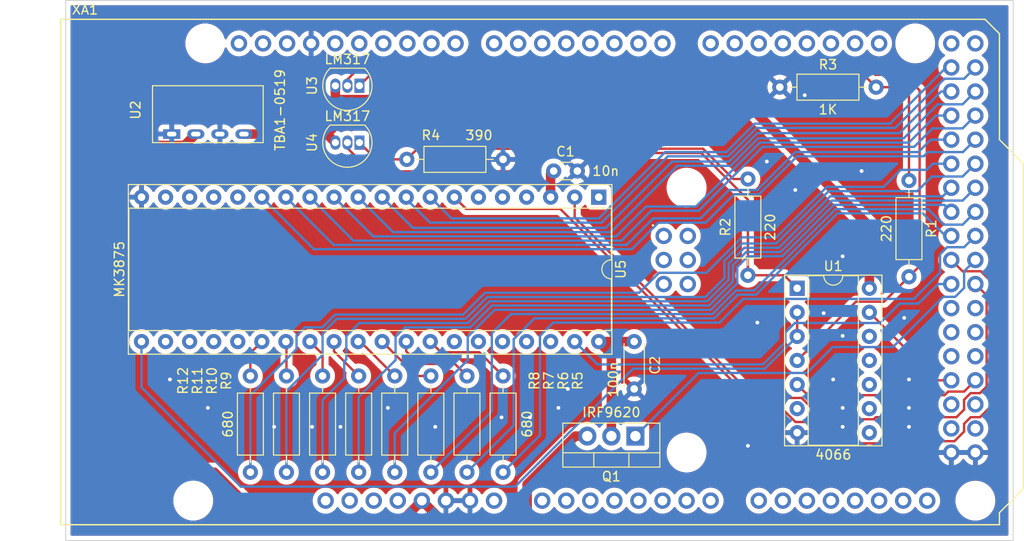
<source format=kicad_pcb>
(kicad_pcb (version 20221018) (generator pcbnew)
  (layers (0 "F.Cu" signal) (31 "B.Cu" signal) (34 "B.Paste" user) (35 "F.Paste" user) (36 "B.SilkS" user "B.Silkscreen") (37 "F.SilkS" user "F.Silkscreen") (38 "B.Mask" user) (39 "F.Mask" user) (44 "Edge.Cuts" user))
  (net 0 "")
  (net 1 "Net-(C1-Pad1)")
  (net 2 "GND")
  (net 3 "+5V")
  (net 4 "Net-(R1-Pad1)")
  (net 5 "Net-(R1-Pad2)")
  (net 6 "Net-(R2-Pad1)")
  (net 7 "Net-(R2-Pad2)")
  (net 8 "Net-(U1-Pad2)")
  (net 9 "Net-(U1-Pad5)")
  (net 16 "Net-(U1-Pad13)")
  (net 17 "+9V")
  (net 19 "/XTL")
  (net 23 "/STR")
  (net 24 "/P40")
  (net 25 "/P41")
  (net 26 "/P42")
  (net 27 "/P43")
  (net 28 "/P44")
  (net 29 "/P45")
  (net 30 "/P46")
  (net 31 "/P47")
  (net 40 "/P57")
  (net 41 "/P56")
  (net 42 "/P55")
  (net 43 "/P54")
  (net 44 "/P53")
  (net 45 "/P52")
  (net 46 "/P51")
  (net 47 "/P50")
  (net 53 "/RES")
  (net 106 "/MKO")
  (net 118 "Net-(U5-Pad40)")
  (net 119 "Net-(R5-Pad1)")
  (net 120 "Net-(R6-Pad1)")
  (net 121 "Net-(R7-Pad1)")
  (net 122 "Net-(R8-Pad1)")
  (net 123 "Net-(R9-Pad1)")
  (net 124 "Net-(R10-Pad1)")
  (net 125 "Net-(R11-Pad1)")
  (net 126 "Net-(R12-Pad1)")
  (footprint "Resistor_THT:R_Axial_DIN0207_L6.3mm_D2.5mm_P10.16mm_Horizontal" (layer "F.Cu") (at 166.37 57.15)
    (fp_text reference "R3")
    (fp_text value "1K")
  )
  (footprint "Package_DIP:DIP-14_W7.62mm_Socket" (layer "F.Cu") (at 168.2 78.375)
    (fp_text reference "U1")
    (fp_text value "4066")
  )
  (footprint "Package_TO_SOT_THT:TO-92_Inline" (layer "F.Cu") (at 122 57 180)
    (fp_text reference "U3")
    (fp_text value "LM317")
  )
  (footprint "Arduino:Arduino_Mega2560_Shield" (layer "F.Cu") (at 90.49 103.33)
    (fp_text reference "XA1")
    (fp_text value "Arduino_Mega2560_Shield")
  )
  (footprint "Resistor_THT:R_Axial_DIN0207_L6.3mm_D2.5mm_P10.16mm_Horizontal" (layer "F.Cu") (at 129.54 87.63 -90)
    (fp_text reference "R7")
    (fp_text value "680")
  )
  (footprint "Resistor_THT:R_Axial_DIN0207_L6.3mm_D2.5mm_P10.16mm_Horizontal" (layer "F.Cu") (at 137.16 87.63 -90)
    (fp_text reference "R5")
    (fp_text value "680")
  )
  (footprint "Package_TO_SOT_THT:TO-92_Inline" (layer "F.Cu") (at 122 63 180)
    (fp_text reference "U4")
    (fp_text value "LM317")
  )
  (footprint "Resistor_THT:R_Axial_DIN0207_L6.3mm_D2.5mm_P10.16mm_Horizontal" (layer "F.Cu") (at 127 64.77)
    (fp_text reference "R4")
    (fp_text value "390")
  )
  (footprint "Resistor_THT:R_Axial_DIN0207_L6.3mm_D2.5mm_P10.16mm_Horizontal" (layer "F.Cu") (at 110.49 87.63 -90)
    (fp_text reference "R12")
    (fp_text value "680")
  )
  (footprint "Package_TO_SOT_THT:TO-220-3_Vertical" (layer "F.Cu") (at 151.13 93.98 180)
    (fp_text reference "Q1")
    (fp_text value "IRF9620")
  )
  (footprint "Capacitor_THT:C_Disc_D4.3mm_W1.9mm_P5.00mm" (layer "F.Cu") (at 151 84 -90)
    (fp_text reference "C2")
    (fp_text value "100n")
  )
  (footprint "Resistor_THT:R_Axial_DIN0207_L6.3mm_D2.5mm_P10.16mm_Horizontal" (layer "F.Cu") (at 121.92 87.63 -90)
    (fp_text reference "R9")
    (fp_text value "680")
  )
  (footprint "Resistor_THT:R_Axial_DIN0207_L6.3mm_D2.5mm_P10.16mm_Horizontal" (layer "F.Cu") (at 125.73 87.63 -90)
    (fp_text reference "R8")
    (fp_text value "680")
  )
  (footprint "MDC:TEA1-0505" (layer "F.Cu") (at 102.19 62.1 90)
    (fp_text reference "U2")
    (fp_text value "TBA1-0519")
  )
  (footprint "Capacitor_THT:C_Disc_D3.0mm_W1.6mm_P2.50mm" (layer "F.Cu") (at 142.5 66)
    (fp_text reference "C1")
    (fp_text value "10n")
  )
  (footprint "Package_DIP:DIP-40_W15.24mm_Socket" (layer "F.Cu") (at 147.26 68.76 -90)
    (fp_text reference "U5")
    (fp_text value "MK3875")
  )
  (footprint "Resistor_THT:R_Axial_DIN0207_L6.3mm_D2.5mm_P10.16mm_Horizontal" (layer "F.Cu") (at 163 77 90)
    (fp_text reference "R2")
    (fp_text value "220")
  )
  (footprint "Resistor_THT:R_Axial_DIN0207_L6.3mm_D2.5mm_P10.16mm_Horizontal" (layer "F.Cu") (at 180 67 -90)
    (fp_text reference "R1")
    (fp_text value "220")
  )
  (footprint "Resistor_THT:R_Axial_DIN0207_L6.3mm_D2.5mm_P10.16mm_Horizontal" (layer "F.Cu") (at 133.35 87.63 -90)
    (fp_text reference "R6")
    (fp_text value "680")
  )
  (footprint "Resistor_THT:R_Axial_DIN0207_L6.3mm_D2.5mm_P10.16mm_Horizontal" (layer "F.Cu") (at 118.11 87.63 -90)
    (fp_text reference "R10")
    (fp_text value "680")
  )
  (footprint "Resistor_THT:R_Axial_DIN0207_L6.3mm_D2.5mm_P10.16mm_Horizontal" (layer "F.Cu") (at 114.3 87.63 -90)
    (fp_text reference "R11")
    (fp_text value "680")
  )
  (gr_line (start 191 48) (end 191 105) (stroke (width 0.1)) (layer "Edge.Cuts"))
  (gr_line (start 91 48) (end 191 48) (stroke (width 0.1)) (layer "Edge.Cuts"))
  (gr_line (start 191 105) (end 91 105) (stroke (width 0.1)) (layer "Edge.Cuts"))
  (gr_line (start 91 105) (end 91 48) (stroke (width 0.1)) (layer "Edge.Cuts"))
  (segment (start 142.18 68.76) (end 142.18 66.32) (width 1) (layer "F.Cu") (net 1))
  (segment (start 142.18 66.32) (end 142.5 66) (width 1) (layer "F.Cu") (net 1))
  (via (at 173 83.4) (size 0.8) (drill 0.4) (layers "F.Cu" "B.Cu") (net 2))
  (via (at 180 93) (size 0.8) (drill 0.4) (layers "F.Cu" "B.Cu") (net 2))
  (via (at 137 92) (size 0.8) (drill 0.4) (layers "F.Cu" "B.Cu") (net 2))
  (via (at 175 66) (size 0.8) (drill 0.4) (layers "F.Cu" "B.Cu") (net 2))
  (via (at 102 88) (size 0.8) (drill 0.4) (layers "F.Cu" "B.Cu") (net 2))
  (via (at 140 92) (size 0.8) (drill 0.4) (layers "F.Cu" "B.Cu") (net 2))
  (via (at 171 81) (size 0.8) (drill 0.4) (layers "F.Cu" "B.Cu") (net 2))
  (via (at 106 91) (size 0.8) (drill 0.4) (layers "F.Cu" "B.Cu") (net 2))
  (via (at 172 88) (size 0.8) (drill 0.4) (layers "F.Cu" "B.Cu") (net 2))
  (via (at 169 58) (size 0.8) (drill 0.4) (layers "F.Cu" "B.Cu") (net 2))
  (via (at 165 65) (size 0.8) (drill 0.4) (layers "F.Cu" "B.Cu") (net 2))
  (via (at 180 91) (size 0.8) (drill 0.4) (layers "F.Cu" "B.Cu") (net 2))
  (via (at 143 91) (size 0.8) (drill 0.4) (layers "F.Cu" "B.Cu") (net 2))
  (via (at 144 89) (size 0.8) (drill 0.4) (layers "F.Cu" "B.Cu") (net 2))
  (via (at 180 88) (size 0.8) (drill 0.4) (layers "F.Cu" "B.Cu") (net 2))
  (via (at 163 95) (size 0.8) (drill 0.4) (layers "F.Cu" "B.Cu") (net 2))
  (via (at 173 93) (size 0.8) (drill 0.4) (layers "F.Cu" "B.Cu") (net 2))
  (via (at 164 82) (size 0.8) (drill 0.4) (layers "F.Cu" "B.Cu") (net 2))
  (via (at 125 91) (size 0.8) (drill 0.4) (layers "F.Cu" "B.Cu") (net 2))
  (via (at 117 93) (size 0.8) (drill 0.4) (layers "F.Cu" "B.Cu") (net 2))
  (via (at 173 75) (size 0.8) (drill 0.4) (layers "F.Cu" "B.Cu") (net 2))
  (via (at 120 93) (size 0.8) (drill 0.4) (layers "F.Cu" "B.Cu") (net 2))
  (via (at 173 91) (size 0.8) (drill 0.4) (layers "F.Cu" "B.Cu") (net 2))
  (via (at 168 68) (size 0.8) (drill 0.4) (layers "F.Cu" "B.Cu") (net 2))
  (via (at 179.5 81.5) (size 0.8) (drill 0.4) (layers "F.Cu" "B.Cu") (net 2))
  (via (at 130 93) (size 0.8) (drill 0.4) (layers "F.Cu" "B.Cu") (net 2))
  (via (at 113 93) (size 0.8) (drill 0.4) (layers "F.Cu" "B.Cu") (net 2))
  (segment (start 95 91.19) (end 95 68) (width 1) (layer "F.Cu") (net 3))
  (segment (start 128.59 100.79) (end 130.67 102.87) (width 1) (layer "F.Cu") (net 3))
  (segment (start 138.43 102.87) (end 139.7 101.6) (width 1) (layer "F.Cu") (net 3))
  (segment (start 95 68) (end 99.7 63.3) (width 1) (layer "F.Cu") (net 3))
  (segment (start 111.76 102.87) (end 106.68 97.79) (width 1) (layer "F.Cu") (net 3))
  (segment (start 144.78 93.98) (end 146.05 93.98) (width 1) (layer "F.Cu") (net 3))
  (segment (start 99.7 63.3) (end 103.53 63.3) (width 1) (layer "F.Cu") (net 3))
  (segment (start 101.6 97.79) (end 95 91.19) (width 1) (layer "F.Cu") (net 3))
  (segment (start 126.51 102.87) (end 111.76 102.87) (width 1) (layer "F.Cu") (net 3))
  (segment (start 139.7 99.06) (end 144.78 93.98) (width 1) (layer "F.Cu") (net 3))
  (segment (start 128.59 100.79) (end 126.51 102.87) (width 1) (layer "F.Cu") (net 3))
  (segment (start 103.53 63.3) (end 104.73 62.1) (width 1) (layer "F.Cu") (net 3))
  (segment (start 106.68 97.79) (end 101.6 97.79) (width 1) (layer "F.Cu") (net 3))
  (segment (start 139.7 101.6) (end 139.7 99.06) (width 1) (layer "F.Cu") (net 3))
  (segment (start 130.67 102.87) (end 138.43 102.87) (width 1) (layer "F.Cu") (net 3))
  (segment (start 122 57) (end 124 55) (width 0.25) (layer "F.Cu") (net 4))
  (segment (start 179.07 57.15) (end 176.53 57.15) (width 0.25) (layer "F.Cu") (net 4))
  (segment (start 124 55) (end 174.38 55) (width 0.25) (layer "F.Cu") (net 4))
  (segment (start 174.38 55) (end 176.53 57.15) (width 0.25) (layer "F.Cu") (net 4))
  (segment (start 180 67) (end 180 58.08) (width 0.25) (layer "F.Cu") (net 4))
  (segment (start 180 58.08) (end 179.07 57.15) (width 0.25) (layer "F.Cu") (net 4))
  (segment (start 176.441802 55.841802) (end 175.15 54.55) (width 0.25) (layer "F.Cu") (net 5))
  (segment (start 177.37 79.79) (end 180 77.16) (width 0.25) (layer "F.Cu") (net 5))
  (segment (start 181.125 76.035) (end 181.125 57.488604) (width 0.25) (layer "F.Cu") (net 5))
  (segment (start 122.525 54.55) (end 120.73 56.345) (width 0.25) (layer "F.Cu") (net 5))
  (segment (start 120.73 56.345) (end 120.73 57) (width 0.25) (layer "F.Cu") (net 5))
  (segment (start 179.478198 55.841802) (end 176.441802 55.841802) (width 0.25) (layer "F.Cu") (net 5))
  (segment (start 168.2 85.995) (end 174.405 79.79) (width 0.25) (layer "F.Cu") (net 5))
  (segment (start 180 77.16) (end 181.125 76.035) (width 0.25) (layer "F.Cu") (net 5))
  (segment (start 174.405 79.79) (end 177.37 79.79) (width 0.25) (layer "F.Cu") (net 5))
  (segment (start 175.15 54.55) (end 122.525 54.55) (width 0.25) (layer "F.Cu") (net 5))
  (segment (start 181.125 57.488604) (end 179.478198 55.841802) (width 0.25) (layer "F.Cu") (net 5))
  (segment (start 140.375 64.095) (end 138.43 66.04) (width 0.25) (layer "F.Cu") (net 6))
  (segment (start 158.075 64.095) (end 140.375 64.095) (width 0.25) (layer "F.Cu") (net 6))
  (segment (start 138.43 66.04) (end 123.19 66.04) (width 0.25) (layer "F.Cu") (net 6))
  (segment (start 163 77) (end 163 69.02) (width 0.25) (layer "F.Cu") (net 6))
  (segment (start 163 77) (end 166.825 77) (width 0.25) (layer "F.Cu") (net 6))
  (segment (start 123.19 66.04) (end 120.65 63.5) (width 0.25) (layer "F.Cu") (net 6))
  (segment (start 163 69.02) (end 158.075 64.095) (width 0.25) (layer "F.Cu") (net 6))
  (segment (start 166.825 77) (end 168.2 78.375) (width 0.25) (layer "F.Cu") (net 6))
  (segment (start 127 64.77) (end 123.77 64.77) (width 0.25) (layer "F.Cu") (net 7))
  (segment (start 123.77 64.77) (end 122 63) (width 0.25) (layer "F.Cu") (net 7))
  (segment (start 158.261396 63.645) (end 161.456396 66.84) (width 0.25) (layer "F.Cu") (net 7))
  (segment (start 127 64.77) (end 128.125 63.645) (width 0.25) (layer "F.Cu") (net 7))
  (segment (start 161.456396 66.84) (end 163 66.84) (width 0.25) (layer "F.Cu") (net 7))
  (segment (start 128.125 63.645) (end 158.261396 63.645) (width 0.25) (layer "F.Cu") (net 7))
  (segment (start 168.2 83.455) (end 168.2 80.915) (width 0.25) (layer "F.Cu") (net 8))
  (segment (start 164.791801 86.863199) (end 168.2 83.455) (width 0.25) (layer "B.Cu") (net 8))
  (segment (start 109.474 99.314) (end 138.43 99.314) (width 0.25) (layer "B.Cu") (net 8))
  (segment (start 99 88.84) (end 109.474 99.314) (width 0.25) (layer "B.Cu") (net 8))
  (segment (start 99 84) (end 99 88.84) (width 0.25) (layer "B.Cu") (net 8))
  (segment (start 138.43 99.314) (end 150.880801 86.863199) (width 0.25) (layer "B.Cu") (net 8))
  (segment (start 150.880801 86.863199) (end 164.791801 86.863199) (width 0.25) (layer "B.Cu") (net 8))
  (segment (start 168.2 88.535) (end 169.325 89.66) (width 0.25) (layer "F.Cu") (net 9))
  (segment (start 184.140465 89.2786) (end 185.8214 89.2786) (width 0.25) (layer "F.Cu") (net 9))
  (segment (start 169.325 89.66) (end 183.759065 89.66) (width 0.25) (layer "F.Cu") (net 9))
  (segment (start 183.759065 89.66) (end 184.140465 89.2786) (width 0.25) (layer "F.Cu") (net 9))
  (segment (start 185.8214 89.2786) (end 187.01 88.09) (width 0.25) (layer "F.Cu") (net 9))
  (segment (start 182.995 88.09) (end 175.82 80.915) (width 0.25) (layer "F.Cu") (net 16))
  (segment (start 184.47 88.09) (end 182.995 88.09) (width 0.25) (layer "F.Cu") (net 16))
  (segment (start 159 58) (end 162 58) (width 1) (layer "F.Cu") (net 17))
  (segment (start 119.46 59.54) (end 119.46 61.2) (width 1) (layer "F.Cu") (net 17))
  (segment (start 119.46 57) (end 119.46 58.46) (width 1) (layer "F.Cu") (net 17))
  (segment (start 119.46 58.46) (end 119.46 59.54) (width 1) (layer "F.Cu") (net 17))
  (segment (start 162 58) (end 175.82 71.82) (width 1) (layer "F.Cu") (net 17))
  (segment (start 109.81 62.1) (end 118.56 62.1) (width 1) (layer "F.Cu") (net 17))
  (segment (start 125.85 55.825) (end 156.825 55.825) (width 1) (layer "F.Cu") (net 17))
  (segment (start 119.46 61.2) (end 118.56 62.1) (width 1) (layer "F.Cu") (net 17))
  (segment (start 175.82 71.82) (end 175.82 78.375) (width 1) (layer "F.Cu") (net 17))
  (segment (start 156.825 55.825) (end 159 58) (width 1) (layer "F.Cu") (net 17))
  (segment (start 119.46 58.46) (end 123.215 58.46) (width 1) (layer "F.Cu") (net 17))
  (segment (start 123.215 58.46) (end 125.85 55.825) (width 1) (layer "F.Cu") (net 17))
  (segment (start 118.56 62.1) (end 119.46 63) (width 1) (layer "F.Cu") (net 17))
  (segment (start 176.504591 91.9814) (end 185.0186 91.9814) (width 0.25) (layer "F.Cu") (net 19))
  (segment (start 144.72 68.76) (end 144.72 70.883604) (width 0.25) (layer "F.Cu") (net 19))
  (segment (start 185.0186 91.9814) (end 185.8214 91.1786) (width 0.25) (layer "F.Cu") (net 19))
  (segment (start 176.285991 92.2) (end 176.504591 91.9814) (width 0.25) (layer "F.Cu") (net 19))
  (segment (start 170.915991 92.2) (end 176.285991 92.2) (width 0.25) (layer "F.Cu") (net 19))
  (segment (start 144.72 70.883604) (end 163.786396 89.95) (width 0.25) (layer "F.Cu") (net 19))
  (segment (start 185.8214 90.137665) (end 186.517665 89.4414) (width 0.25) (layer "F.Cu") (net 19))
  (segment (start 188.1986 88.745135) (end 188.1986 79.1186) (width 0.25) (layer "F.Cu") (net 19))
  (segment (start 188.1986 79.1186) (end 187.01 77.93) (width 0.25) (layer "F.Cu") (net 19))
  (segment (start 168.665991 89.95) (end 170.915991 92.2) (width 0.25) (layer "F.Cu") (net 19))
  (segment (start 163.786396 89.95) (end 168.665991 89.95) (width 0.25) (layer "F.Cu") (net 19))
  (segment (start 187.502335 89.4414) (end 188.1986 88.745135) (width 0.25) (layer "F.Cu") (net 19))
  (segment (start 185.8214 91.1786) (end 185.8214 90.137665) (width 0.25) (layer "F.Cu") (net 19))
  (segment (start 186.517665 89.4414) (end 187.502335 89.4414) (width 0.25) (layer "F.Cu") (net 19))
  (segment (start 189 90.483735) (end 187.502335 91.9814) (width 0.25) (layer "F.Cu") (net 23))
  (segment (start 165.934009 90.4) (end 163.6 90.4) (width 0.25) (layer "F.Cu") (net 23))
  (segment (start 186.517665 91.9814) (end 185.8214 92.677665) (width 0.25) (layer "F.Cu") (net 23))
  (segment (start 143.2 70) (end 133.26 70) (width 0.25) (layer "F.Cu") (net 23))
  (segment (start 172.26 94.74) (end 170.01 92.49) (width 0.25) (layer "F.Cu") (net 23))
  (segment (start 180.512996 94.512996) (end 180.285992 94.74) (width 0.25) (layer "F.Cu") (net 23))
  (segment (start 185.8214 93.499535) (end 184.807939 94.512996) (width 0.25) (layer "F.Cu") (net 23))
  (segment (start 184.807939 94.512996) (end 180.512996 94.512996) (width 0.25) (layer "F.Cu") (net 23))
  (segment (start 187.5786 76.5786) (end 189 78) (width 0.25) (layer "F.Cu") (net 23))
  (segment (start 180.285992 94.74) (end 172.26 94.74) (width 0.25) (layer "F.Cu") (net 23))
  (segment (start 163.6 90.4) (end 143.2 70) (width 0.25) (layer "F.Cu") (net 23))
  (segment (start 133.26 70) (end 132.02 68.76) (width 0.25) (layer "F.Cu") (net 23))
  (segment (start 168.024009 92.49) (end 165.934009 90.4) (width 0.25) (layer "F.Cu") (net 23))
  (segment (start 184.47 75.39) (end 185.6586 76.5786) (width 0.25) (layer "F.Cu") (net 23))
  (segment (start 185.8214 92.677665) (end 185.8214 93.499535) (width 0.25) (layer "F.Cu") (net 23))
  (segment (start 187.502335 91.9814) (end 186.517665 91.9814) (width 0.25) (layer "F.Cu") (net 23))
  (segment (start 185.6586 76.5786) (end 187.5786 76.5786) (width 0.25) (layer "F.Cu") (net 23))
  (segment (start 170.01 92.49) (end 168.024009 92.49) (width 0.25) (layer "F.Cu") (net 23))
  (segment (start 189 78) (end 189 90.483735) (width 0.25) (layer "F.Cu") (net 23))
  (segment (start 154.27 64) (end 160.727208 64) (width 0.25) (layer "B.Cu") (net 24))
  (segment (start 178 61) (end 183.93 55.07) (width 0.25) (layer "B.Cu") (net 24))
  (segment (start 129.48 68.76) (end 131.72 71) (width 0.25) (layer "B.Cu") (net 24))
  (segment (start 147.27 71) (end 154.27 64) (width 0.25) (layer "B.Cu") (net 24))
  (segment (start 160.727208 64) (end 163.727208 61) (width 0.25) (layer "B.Cu") (net 24))
  (segment (start 183.93 55.07) (end 184.47 55.07) (width 0.25) (layer "B.Cu") (net 24))
  (segment (start 131.72 71) (end 147.27 71) (width 0.25) (layer "B.Cu") (net 24))
  (segment (start 163.727208 61) (end 178 61) (width 0.25) (layer "B.Cu") (net 24))
  (segment (start 129.45 71.45) (end 147.55 71.45) (width 0.25) (layer "B.Cu") (net 25))
  (segment (start 147.55 71.45) (end 154.55 64.45) (width 0.25) (layer "B.Cu") (net 25))
  (segment (start 126.94 68.76) (end 126.94 68.94) (width 0.25) (layer "B.Cu") (net 25))
  (segment (start 185.8214 56.2586) (end 187.01 55.07) (width 0.25) (layer "B.Cu") (net 25))
  (segment (start 183.7414 56.2586) (end 185.8214 56.2586) (width 0.25) (layer "B.Cu") (net 25))
  (segment (start 126.94 68.94) (end 129.45 71.45) (width 0.25) (layer "B.Cu") (net 25))
  (segment (start 160.913604 64.45) (end 163.913604 61.45) (width 0.25) (layer "B.Cu") (net 25))
  (segment (start 178.55 61.45) (end 183.7414 56.2586) (width 0.25) (layer "B.Cu") (net 25))
  (segment (start 163.913604 61.45) (end 178.55 61.45) (width 0.25) (layer "B.Cu") (net 25))
  (segment (start 154.55 64.45) (end 160.913604 64.45) (width 0.25) (layer "B.Cu") (net 25))
  (segment (start 155 65) (end 161 65) (width 0.25) (layer "B.Cu") (net 26))
  (segment (start 148 72) (end 155 65) (width 0.25) (layer "B.Cu") (net 26))
  (segment (start 161 65) (end 164 62) (width 0.25) (layer "B.Cu") (net 26))
  (segment (start 179 62) (end 183.39 57.61) (width 0.25) (layer "B.Cu") (net 26))
  (segment (start 183.39 57.61) (end 184.47 57.61) (width 0.25) (layer "B.Cu") (net 26))
  (segment (start 124.4 68.76) (end 127.64 72) (width 0.25) (layer "B.Cu") (net 26))
  (segment (start 127.64 72) (end 148 72) (width 0.25) (layer "B.Cu") (net 26))
  (segment (start 164 62) (end 179 62) (width 0.25) (layer "B.Cu") (net 26))
  (segment (start 155.55 65.45) (end 161.186396 65.45) (width 0.25) (layer "B.Cu") (net 27))
  (segment (start 164.086396 62.55) (end 179.45 62.55) (width 0.25) (layer "B.Cu") (net 27))
  (segment (start 121.86 68.76) (end 125.55 72.45) (width 0.25) (layer "B.Cu") (net 27))
  (segment (start 183.0386 58.9614) (end 185.6586 58.9614) (width 0.25) (layer "B.Cu") (net 27))
  (segment (start 148.55 72.45) (end 155.55 65.45) (width 0.25) (layer "B.Cu") (net 27))
  (segment (start 125.55 72.45) (end 148.55 72.45) (width 0.25) (layer "B.Cu") (net 27))
  (segment (start 185.6586 58.9614) (end 187.01 57.61) (width 0.25) (layer "B.Cu") (net 27))
  (segment (start 161.186396 65.45) (end 164.086396 62.55) (width 0.25) (layer "B.Cu") (net 27))
  (segment (start 179.45 62.55) (end 183.0386 58.9614) (width 0.25) (layer "B.Cu") (net 27))
  (segment (start 152.254999 69.745001) (end 157.527791 69.745001) (width 0.25) (layer "B.Cu") (net 28))
  (segment (start 123.46 72.9) (end 149.1 72.9) (width 0.25) (layer "B.Cu") (net 28))
  (segment (start 180 63) (end 182.85 60.15) (width 0.25) (layer "B.Cu") (net 28))
  (segment (start 182.85 60.15) (end 184.47 60.15) (width 0.25) (layer "B.Cu") (net 28))
  (segment (start 149.1 72.9) (end 152.254999 69.745001) (width 0.25) (layer "B.Cu") (net 28))
  (segment (start 164.272792 63) (end 180 63) (width 0.25) (layer "B.Cu") (net 28))
  (segment (start 119.32 68.76) (end 123.46 72.9) (width 0.25) (layer "B.Cu") (net 28))
  (segment (start 157.527791 69.745001) (end 164.272792 63) (width 0.25) (layer "B.Cu") (net 28))
  (segment (start 121.37 73.35) (end 149.65 73.35) (width 0.25) (layer "B.Cu") (net 29))
  (segment (start 180.55 63.45) (end 182.4986 61.5014) (width 0.25) (layer "B.Cu") (net 29))
  (segment (start 152.804999 70.195001) (end 157.804999 70.195001) (width 0.25) (layer "B.Cu") (net 29))
  (segment (start 164.55 63.45) (end 180.55 63.45) (width 0.25) (layer "B.Cu") (net 29))
  (segment (start 149.65 73.35) (end 152.804999 70.195001) (width 0.25) (layer "B.Cu") (net 29))
  (segment (start 157.804999 70.195001) (end 164.55 63.45) (width 0.25) (layer "B.Cu") (net 29))
  (segment (start 185.6586 61.5014) (end 187.01 60.15) (width 0.25) (layer "B.Cu") (net 29))
  (segment (start 116.78 68.76) (end 121.37 73.35) (width 0.25) (layer "B.Cu") (net 29))
  (segment (start 182.4986 61.5014) (end 185.6586 61.5014) (width 0.25) (layer "B.Cu") (net 29))
  (segment (start 114.24 68.76) (end 119.28 73.8) (width 0.25) (layer "B.Cu") (net 30))
  (segment (start 158 71) (end 161 68) (width 0.25) (layer "B.Cu") (net 30))
  (segment (start 161 68) (end 164 68) (width 0.25) (layer "B.Cu") (net 30))
  (segment (start 153 71) (end 158 71) (width 0.25) (layer "B.Cu") (net 30))
  (segment (start 164 68) (end 168 64) (width 0.25) (layer "B.Cu") (net 30))
  (segment (start 150.2 73.8) (end 153 71) (width 0.25) (layer "B.Cu") (net 30))
  (segment (start 168 64) (end 181 64) (width 0.25) (layer "B.Cu") (net 30))
  (segment (start 181 64) (end 182.31 62.69) (width 0.25) (layer "B.Cu") (net 30))
  (segment (start 182.31 62.69) (end 184.47 62.69) (width 0.25) (layer "B.Cu") (net 30))
  (segment (start 119.28 73.8) (end 150.2 73.8) (width 0.25) (layer "B.Cu") (net 30))
  (segment (start 153.55 71.45) (end 158.55 71.45) (width 0.25) (layer "B.Cu") (net 31))
  (segment (start 161.55 68.45) (end 164.186396 68.45) (width 0.25) (layer "B.Cu") (net 31))
  (segment (start 185.7 64) (end 187.01 62.69) (width 0.25) (layer "B.Cu") (net 31))
  (segment (start 168.186396 64.45) (end 181.55 64.45) (width 0.25) (layer "B.Cu") (net 31))
  (segment (start 164.186396 68.45) (end 168.186396 64.45) (width 0.25) (layer "B.Cu") (net 31))
  (segment (start 150.75 74.25) (end 153.55 71.45) (width 0.25) (layer "B.Cu") (net 31))
  (segment (start 117.19 74.25) (end 150.75 74.25) (width 0.25) (layer "B.Cu") (net 31))
  (segment (start 111.7 68.76) (end 117.19 74.25) (width 0.25) (layer "B.Cu") (net 31))
  (segment (start 181.55 64.45) (end 182 64) (width 0.25) (layer "B.Cu") (net 31))
  (segment (start 182 64) (end 185.7 64) (width 0.25) (layer "B.Cu") (net 31))
  (segment (start 158.55 71.45) (end 161.55 68.45) (width 0.25) (layer "B.Cu") (net 31))
  (segment (start 118.083604 82.5) (end 119.433604 81.15) (width 0.25) (layer "B.Cu") (net 40))
  (segment (start 132.95 81.15) (end 135.25 78.85) (width 0.25) (layer "B.Cu") (net 40))
  (segment (start 116.23 82.5) (end 118.083604 82.5) (width 0.25) (layer "B.Cu") (net 40))
  (segment (start 177.325 67.675) (end 179.125 65.875) (width 0.25) (layer "B.Cu") (net 40))
  (segment (start 171.325 67.675) (end 177.325 67.675) (width 0.25) (layer "B.Cu") (net 40))
  (segment (start 110.49 89.662) (end 115.365 84.787) (width 0.25) (layer "B.Cu") (net 40))
  (segment (start 135.25 78.85) (end 151.516065 78.85) (width 0.25) (layer "B.Cu") (net 40))
  (segment (start 162.363604 73) (end 166 73) (width 0.25) (layer "B.Cu") (net 40))
  (segment (start 166 73) (end 171.325 67.675) (width 0.25) (layer "B.Cu") (net 40))
  (segment (start 153.624665 76.7414) (end 158.622204 76.7414) (width 0.25) (layer "B.Cu") (net 40))
  (segment (start 182.52 65.23) (end 184.47 65.23) (width 0.25) (layer "B.Cu") (net 40))
  (segment (start 119.433604 81.15) (end 132.95 81.15) (width 0.25) (layer "B.Cu") (net 40))
  (segment (start 179.125 65.875) (end 181.875 65.875) (width 0.25) (layer "B.Cu") (net 40))
  (segment (start 181.875 65.875) (end 182.52 65.23) (width 0.25) (layer "B.Cu") (net 40))
  (segment (start 115.365 83.365) (end 116.23 82.5) (width 0.25) (layer "B.Cu") (net 40))
  (segment (start 110.49 97.79) (end 110.49 89.662) (width 0.25) (layer "B.Cu") (net 40))
  (segment (start 151.516065 78.85) (end 153.624665 76.7414) (width 0.25) (layer "B.Cu") (net 40))
  (segment (start 115.365 84.787) (end 115.365 83.365) (width 0.25) (layer "B.Cu") (net 40))
  (segment (start 158.622204 76.7414) (end 162.363604 73) (width 0.25) (layer "B.Cu") (net 40))
  (segment (start 119.62 81.6) (end 133.2 81.6) (width 0.25) (layer "B.Cu") (net 41))
  (segment (start 171.525 68.125) (end 180.875 68.125) (width 0.25) (layer "B.Cu") (net 41))
  (segment (start 160.525 77.29302) (end 160.525 75.475) (width 0.25) (layer "B.Cu") (net 41))
  (segment (start 135.5 79.3) (end 158.51802 79.3) (width 0.25) (layer "B.Cu") (net 41))
  (segment (start 118.11 83.11) (end 119.62 81.6) (width 0.25) (layer "B.Cu") (net 41))
  (segment (start 133.2 81.6) (end 135.5 79.3) (width 0.25) (layer "B.Cu") (net 41))
  (segment (start 114.3 89.220991) (end 118.11 85.410991) (width 0.25) (layer "B.Cu") (net 41))
  (segment (start 162.35 73.65) (end 166 73.65) (width 0.25) (layer "B.Cu") (net 41))
  (segment (start 182.4186 66.5814) (end 185.6586 66.5814) (width 0.25) (layer "B.Cu") (net 41))
  (segment (start 185.6586 66.5814) (end 187.01 65.23) (width 0.25) (layer "B.Cu") (net 41))
  (segment (start 118.11 85.410991) (end 118.11 83.11) (width 0.25) (layer "B.Cu") (net 41))
  (segment (start 158.51802 79.3) (end 160.525 77.29302) (width 0.25) (layer "B.Cu") (net 41))
  (segment (start 180.875 68.125) (end 182.4186 66.5814) (width 0.25) (layer "B.Cu") (net 41))
  (segment (start 166 73.65) (end 171.525 68.125) (width 0.25) (layer "B.Cu") (net 41))
  (segment (start 160.525 75.475) (end 162.35 73.65) (width 0.25) (layer "B.Cu") (net 41))
  (segment (start 114.3 97.79) (end 114.3 89.220991) (width 0.25) (layer "B.Cu") (net 41))
  (segment (start 121.9888 82.05) (end 133.45 82.05) (width 0.25) (layer "B.Cu") (net 42))
  (segment (start 120.6194 83.4194) (end 121.9888 82.05) (width 0.25) (layer "B.Cu") (net 42))
  (segment (start 120.396 87.884) (end 120.396 86.106) (width 0.25) (layer "B.Cu") (net 42))
  (segment (start 160.975 77.479416) (end 160.975 75.752208) (width 0.25) (layer "B.Cu") (net 42))
  (segment (start 135.75 79.75) (end 158.704416 79.75) (width 0.25) (layer "B.Cu") (net 42))
  (segment (start 133.45 82.05) (end 135.75 79.75) (width 0.25) (layer "B.Cu") (net 42))
  (segment (start 118.11 97.79) (end 118.11 90.17) (width 0.25) (layer "B.Cu") (net 42))
  (segment (start 120.396 86.106) (end 120.6194 85.8826) (width 0.25) (layer "B.Cu") (net 42))
  (segment (start 171.692204 68.6714) (end 183.5686 68.6714) (width 0.25) (layer "B.Cu") (net 42))
  (segment (start 158.704416 79.75) (end 160.975 77.479416) (width 0.25) (layer "B.Cu") (net 42))
  (segment (start 118.11 90.17) (end 120.396 87.884) (width 0.25) (layer "B.Cu") (net 42))
  (segment (start 166.263604 74.1) (end 171.692204 68.6714) (width 0.25) (layer "B.Cu") (net 42))
  (segment (start 162.627208 74.1) (end 166.263604 74.1) (width 0.25) (layer "B.Cu") (net 42))
  (segment (start 120.6194 85.8826) (end 120.6194 83.4194) (width 0.25) (layer "B.Cu") (net 42))
  (segment (start 183.5686 68.6714) (end 184.47 67.77) (width 0.25) (layer "B.Cu") (net 42))
  (segment (start 160.975 75.752208) (end 162.627208 74.1) (width 0.25) (layer "B.Cu") (net 42))
  (segment (start 171.8786 69.1214) (end 185.6586 69.1214) (width 0.25) (layer "B.Cu") (net 43))
  (segment (start 121.92 97.79) (end 121.92 89.849009) (width 0.25) (layer "B.Cu") (net 43))
  (segment (start 166.45 74.55) (end 171.8786 69.1214) (width 0.25) (layer "B.Cu") (net 43))
  (segment (start 133.7 82.5) (end 136 80.2) (width 0.25) (layer "B.Cu") (net 43))
  (segment (start 125.815 85.954009) (end 125.815 83.481) (width 0.25) (layer "B.Cu") (net 43))
  (segment (start 185.6586 69.1214) (end 187.01 67.77) (width 0.25) (layer "B.Cu") (net 43))
  (segment (start 125.815 83.481) (end 126.796 82.5) (width 0.25) (layer "B.Cu") (net 43))
  (segment (start 158.890812 80.2) (end 161.425 77.665812) (width 0.25) (layer "B.Cu") (net 43))
  (segment (start 161.425 75.938604) (end 162.813604 74.55) (width 0.25) (layer "B.Cu") (net 43))
  (segment (start 121.92 89.849009) (end 125.815 85.954009) (width 0.25) (layer "B.Cu") (net 43))
  (segment (start 161.425 77.665812) (end 161.425 75.938604) (width 0.25) (layer "B.Cu") (net 43))
  (segment (start 136 80.2) (end 158.890812 80.2) (width 0.25) (layer "B.Cu") (net 43))
  (segment (start 126.796 82.5) (end 133.7 82.5) (width 0.25) (layer "B.Cu") (net 43))
  (segment (start 162.813604 74.55) (end 166.45 74.55) (width 0.25) (layer "B.Cu") (net 43))
  (segment (start 161.875 77.852208) (end 161.875 76.125) (width 0.25) (layer "B.Cu") (net 44))
  (segment (start 161.875 76.125) (end 163 75) (width 0.25) (layer "B.Cu") (net 44))
  (segment (start 166.636396 75) (end 172.064996 69.5714) (width 0.25) (layer "B.Cu") (net 44))
  (segment (start 163 75) (end 166.636396 75) (width 0.25) (layer "B.Cu") (net 44))
  (segment (start 183.7314 69.5714) (end 184.47 70.31) (width 0.25) (layer "B.Cu") (net 44))
  (segment (start 125.73 97.79) (end 125.73 93.659009) (width 0.25) (layer "B.Cu") (net 44))
  (segment (start 136.53 80.65) (end 159.077208 80.65) (width 0.25) (layer "B.Cu") (net 44))
  (segment (start 125.73 93.659009) (end 133.435 85.954009) (width 0.25) (layer "B.Cu") (net 44))
  (segment (start 136.276 80.65) (end 136.53 80.65) (width 0.25) (layer "B.Cu") (net 44))
  (segment (start 133.435 85.954009) (end 133.435 83.491) (width 0.25) (layer "B.Cu") (net 44))
  (segment (start 159.077208 80.65) (end 161.875 77.852208) (width 0.25) (layer "B.Cu") (net 44))
  (segment (start 172.064996 69.5714) (end 183.7314 69.5714) (width 0.25) (layer "B.Cu") (net 44))
  (segment (start 133.435 83.491) (end 136.276 80.65) (width 0.25) (layer "B.Cu") (net 44))
  (segment (start 172.251392 70.0214) (end 182.0214 70.0214) (width 0.25) (layer "B.Cu") (net 45))
  (segment (start 161.763604 78.6) (end 163.672792 78.6) (width 0.25) (layer "B.Cu") (net 45))
  (segment (start 135.975 83.121) (end 137.996 81.1) (width 0.25) (layer "B.Cu") (net 45))
  (segment (start 182.0214 70.0214) (end 183.6614 71.6614) (width 0.25) (layer "B.Cu") (net 45))
  (segment (start 137.996 81.1) (end 159.263604 81.1) (width 0.25) (layer "B.Cu") (net 45))
  (segment (start 183.6614 71.6614) (end 185.6586 71.6614) (width 0.25) (layer "B.Cu") (net 45))
  (segment (start 185.6586 71.6614) (end 187.01 70.31) (width 0.25) (layer "B.Cu") (net 45))
  (segment (start 159.263604 81.1) (end 161.763604 78.6) (width 0.25) (layer "B.Cu") (net 45))
  (segment (start 135.975 91.355) (end 135.975 83.121) (width 0.25) (layer "B.Cu") (net 45))
  (segment (start 163.672792 78.6) (end 172.251392 70.0214) (width 0.25) (layer "B.Cu") (net 45))
  (segment (start 129.54 97.79) (end 135.975 91.355) (width 0.25) (layer "B.Cu") (net 45))
  (segment (start 133.35 97.79) (end 138.285 92.855) (width 0.25) (layer "B.Cu") (net 46))
  (segment (start 181.4714 70.4714) (end 183.85 72.85) (width 0.25) (layer "B.Cu") (net 46))
  (segment (start 172.437788 70.4714) (end 181.4714 70.4714) (width 0.25) (layer "B.Cu") (net 46))
  (segment (start 159.45 81.55) (end 161.95 79.05) (width 0.25) (layer "B.Cu") (net 46))
  (segment (start 183.85 72.85) (end 184.47 72.85) (width 0.25) (layer "B.Cu") (net 46))
  (segment (start 140.478 81.55) (end 159.45 81.55) (width 0.25) (layer "B.Cu") (net 46))
  (segment (start 163.859188 79.05) (end 172.437788 70.4714) (width 0.25) (layer "B.Cu") (net 46))
  (segment (start 161.95 79.05) (end 163.859188 79.05) (width 0.25) (layer "B.Cu") (net 46))
  (segment (start 138.285 83.743) (end 140.478 81.55) (width 0.25) (layer "B.Cu") (net 46))
  (segment (start 138.285 92.855) (end 138.285 83.743) (width 0.25) (layer "B.Cu") (net 46))
  (segment (start 180.5 79.5) (end 183.2814 76.7186) (width 0.25) (layer "B.Cu") (net 47))
  (segment (start 185.8214 74.0386) (end 187.01 72.85) (width 0.25) (layer "B.Cu") (net 47))
  (segment (start 142.452 82) (end 160 82) (width 0.25) (layer "B.Cu") (net 47))
  (segment (start 162.5 79.5) (end 180.5 79.5) (width 0.25) (layer "B.Cu") (net 47))
  (segment (start 183.2814 76.7186) (end 183.2814 74.7958) (width 0.25) (layer "B.Cu") (net 47))
  (segment (start 141.055 93.895) (end 141.055 83.397) (width 0.25) (layer "B.Cu") (net 47))
  (segment (start 137.16 97.79) (end 141.055 93.895) (width 0.25) (layer "B.Cu") (net 47))
  (segment (start 183.2814 74.7958) (end 184.0386 74.0386) (width 0.25) (layer "B.Cu") (net 47))
  (segment (start 160 82) (end 162.5 79.5) (width 0.25) (layer "B.Cu") (net 47))
  (segment (start 184.0386 74.0386) (end 185.8214 74.0386) (width 0.25) (layer "B.Cu") (net 47))
  (segment (start 141.055 83.397) (end 142.452 82) (width 0.25) (layer "B.Cu") (net 47))
  (segment (start 147.133199 86.413199) (end 144.72 84) (width 0.25) (layer "B.Cu") (net 53))
  (segment (start 167.96 82.04) (end 166.959303 83.040697) (width 0.25) (layer "B.Cu") (net 53))
  (segment (start 181 80) (end 179 80) (width 0.25) (layer "B.Cu") (net 53))
  (segment (start 183.07 77.93) (end 181 80) (width 0.25) (layer "B.Cu") (net 53))
  (segment (start 166.959303 84.059301) (end 164.605405 86.413199) (width 0.25) (layer "B.Cu") (net 53))
  (segment (start 184.47 77.93) (end 183.07 77.93) (width 0.25) (layer "B.Cu") (net 53))
  (segment (start 166.959303 83.040697) (end 166.959303 84.059301) (width 0.25) (layer "B.Cu") (net 53))
  (segment (start 164.605405 86.413199) (end 147.133199 86.413199) (width 0.25) (layer "B.Cu") (net 53))
  (segment (start 176.96 82.04) (end 167.96 82.04) (width 0.25) (layer "B.Cu") (net 53))
  (segment (start 179 80) (end 176.96 82.04) (width 0.25) (layer "B.Cu") (net 53))
  (segment (start 185.8214 78.3386) (end 184.8786 79.2814) (width 0.25) (layer "B.Cu") (net 106))
  (segment (start 171.96 84.58) (end 169.226801 87.313199) (width 0.25) (layer "B.Cu") (net 106))
  (segment (start 183.6086 79.2814) (end 178.31 84.58) (width 0.25) (layer "B.Cu") (net 106))
  (segment (start 185.8214 76.5786) (end 185.8214 78.3386) (width 0.25) (layer "B.Cu") (net 106))
  (segment (start 184.8786 79.2814) (end 183.6086 79.2814) (width 0.25) (layer "B.Cu") (net 106))
  (segment (start 187.01 75.39) (end 185.8214 76.5786) (width 0.25) (layer "B.Cu") (net 106))
  (segment (start 178.31 84.58) (end 171.96 84.58) (width 0.25) (layer "B.Cu") (net 106))
  (segment (start 169.226801 87.313199) (end 157.796801 87.313199) (width 0.25) (layer "B.Cu") (net 106))
  (segment (start 157.796801 87.313199) (end 151.13 93.98) (width 0.25) (layer "B.Cu") (net 106))
  (segment (start 148.59 93.98) (end 148.59 85.33) (width 1) (layer "F.Cu") (net 118))
  (segment (start 147.26 84) (end 151 84) (width 1) (layer "F.Cu") (net 118))
  (segment (start 148.59 85.33) (end 147.26 84) (width 1) (layer "F.Cu") (net 118))
  (segment (start 137.16 87.63) (end 134.655 85.125) (width 0.25) (layer "F.Cu") (net 119))
  (segment (start 134.655 85.125) (end 130.605 85.125) (width 0.25) (layer "F.Cu") (net 119))
  (segment (start 130.605 85.125) (end 129.48 84) (width 0.25) (layer "F.Cu") (net 119))
  (segment (start 132.08 86.36) (end 128.27 86.36) (width 0.25) (layer "F.Cu") (net 120))
  (segment (start 133.35 87.63) (end 132.08 86.36) (width 0.25) (layer "F.Cu") (net 120))
  (segment (start 126.94 85.03) (end 126.94 84) (width 0.25) (layer "F.Cu") (net 120))
  (segment (start 128.27 86.36) (end 126.94 85.03) (width 0.25) (layer "F.Cu") (net 120))
  (segment (start 129.54 87.63) (end 128.03 87.63) (width 0.25) (layer "F.Cu") (net 121))
  (segment (start 128.03 87.63) (end 124.4 84) (width 0.25) (layer "F.Cu") (net 121))
  (segment (start 122.1 84) (end 121.86 84) (width 0.25) (layer "F.Cu") (net 122))
  (segment (start 125.73 87.63) (end 122.1 84) (width 0.25) (layer "F.Cu") (net 122))
  (segment (start 121.92 87.63) (end 119.32 85.03) (width 0.25) (layer "F.Cu") (net 123))
  (segment (start 119.32 85.03) (end 119.32 84) (width 0.25) (layer "F.Cu") (net 123))
  (segment (start 118.11 85.33) (end 116.78 84) (width 0.25) (layer "F.Cu") (net 124))
  (segment (start 118.11 87.63) (end 118.11 85.33) (width 0.25) (layer "F.Cu") (net 124))
  (segment (start 114.3 87.63) (end 114.3 84.06) (width 0.25) (layer "F.Cu") (net 125))
  (segment (start 114.3 84.06) (end 114.24 84) (width 0.25) (layer "F.Cu") (net 125))
  (segment (start 110.49 87.63) (end 110.49 85.21) (width 0.25) (layer "F.Cu") (net 126))
  (segment (start 110.49 85.21) (end 111.7 84) (width 0.25) (layer "F.Cu") (net 126))
  (zone (net 2) (net_name "GND") (layer "F.Cu") (connect_pads (clearance 0.508)) (min_thickness 0.254) (fill yes (thermal_gap 0.508) (thermal_bridge_width 0.508))
    (polygon (pts (xy 191 105) (xy 91 105) (xy 91 48) (xy 191 48)))
  )
  (zone (net 2) (net_name "GND") (layer "B.Cu") (connect_pads (clearance 0.508)) (min_thickness 0.254) (fill yes (thermal_gap 0.508) (thermal_bridge_width 0.508))
    (polygon (pts (xy 191 105) (xy 91 105) (xy 91 48) (xy 191 48)))
  )
)
</source>
